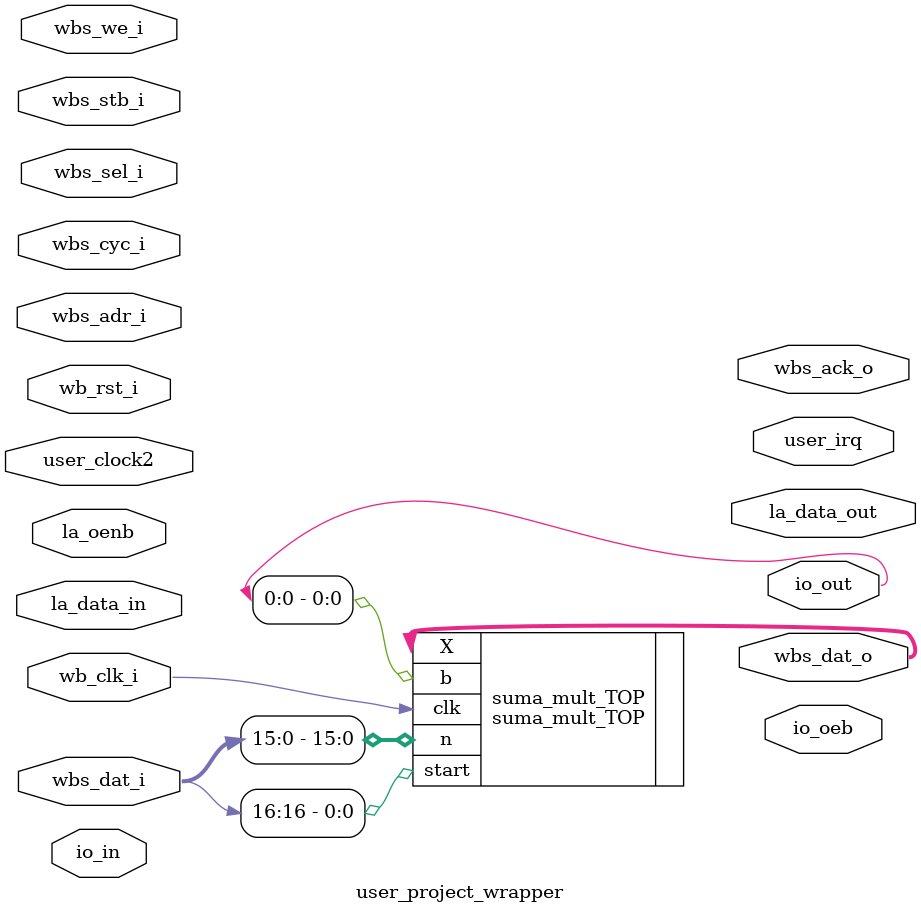
<source format=v>
module user_project_wrapper (user_clock2,
    wb_clk_i,
    wb_rst_i,
    wbs_ack_o,
    wbs_cyc_i,
    wbs_stb_i,
    wbs_we_i,
    io_in,
    io_oeb,
    io_out,
    la_data_in,
    la_data_out,
    la_oenb,
    user_irq,
    wbs_adr_i,
    wbs_dat_i,
    wbs_dat_o,
    wbs_sel_i);
 input user_clock2;
 input wb_clk_i;
 input wb_rst_i;
 output wbs_ack_o;
 input wbs_cyc_i;
 input wbs_stb_i;
 input wbs_we_i;
 input [37:0] io_in;
 output [37:0] io_oeb;
 output [37:0] io_out;
 input [63:0] la_data_in;
 output [63:0] la_data_out;
 input [63:0] la_oenb;
 output [2:0] user_irq;
 input [31:0] wbs_adr_i;
 input [31:0] wbs_dat_i;
 output [31:0] wbs_dat_o;
 input [3:0] wbs_sel_i;


 suma_mult_TOP suma_mult_TOP (.b(io_out[0]),
    .clk(wb_clk_i),
    .start(wbs_dat_i[16]),
    .X({wbs_dat_o[31],
    wbs_dat_o[30],
    wbs_dat_o[29],
    wbs_dat_o[28],
    wbs_dat_o[27],
    wbs_dat_o[26],
    wbs_dat_o[25],
    wbs_dat_o[24],
    wbs_dat_o[23],
    wbs_dat_o[22],
    wbs_dat_o[21],
    wbs_dat_o[20],
    wbs_dat_o[19],
    wbs_dat_o[18],
    wbs_dat_o[17],
    wbs_dat_o[16],
    wbs_dat_o[15],
    wbs_dat_o[14],
    wbs_dat_o[13],
    wbs_dat_o[12],
    wbs_dat_o[11],
    wbs_dat_o[10],
    wbs_dat_o[9],
    wbs_dat_o[8],
    wbs_dat_o[7],
    wbs_dat_o[6],
    wbs_dat_o[5],
    wbs_dat_o[4],
    wbs_dat_o[3],
    wbs_dat_o[2],
    wbs_dat_o[1],
    wbs_dat_o[0]}),
    .n({wbs_dat_i[15],
    wbs_dat_i[14],
    wbs_dat_i[13],
    wbs_dat_i[12],
    wbs_dat_i[11],
    wbs_dat_i[10],
    wbs_dat_i[9],
    wbs_dat_i[8],
    wbs_dat_i[7],
    wbs_dat_i[6],
    wbs_dat_i[5],
    wbs_dat_i[4],
    wbs_dat_i[3],
    wbs_dat_i[2],
    wbs_dat_i[1],
    wbs_dat_i[0]}));
endmodule


</source>
